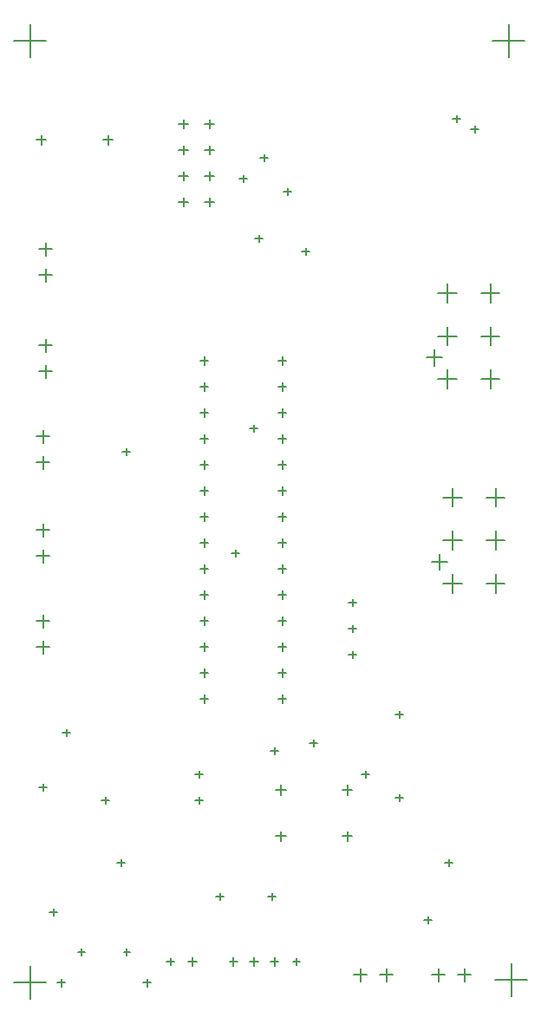
<source format=gbr>
%TF.GenerationSoftware,Altium Limited,Altium Designer,24.10.1 (45)*%
G04 Layer_Color=128*
%FSLAX25Y25*%
%MOIN*%
%TF.SameCoordinates,405BA738-95C1-4717-9A2A-605BB7F835F8*%
%TF.FilePolarity,Positive*%
%TF.FileFunction,Drillmap*%
%TF.Part,Single*%
G01*
G75*
%TA.AperFunction,NonConductor*%
%ADD46C,0.00500*%
D46*
X179250Y421000D02*
X182750D01*
X181000Y419250D02*
Y422750D01*
X179250Y411000D02*
X182750D01*
X181000Y409250D02*
Y412750D01*
X179250Y431000D02*
X182750D01*
X181000Y429250D02*
Y432750D01*
X179250Y441000D02*
X182750D01*
X181000Y439250D02*
Y442750D01*
X169250Y441000D02*
X172750D01*
X171000Y439250D02*
Y442750D01*
X169250Y431000D02*
X172750D01*
X171000Y429250D02*
Y432750D01*
X169250Y421000D02*
X172750D01*
X171000Y419250D02*
Y422750D01*
X169250Y411000D02*
X172750D01*
X171000Y409250D02*
Y412750D01*
X140200Y435000D02*
X143800D01*
X142000Y433200D02*
Y436800D01*
X114609Y435000D02*
X118209D01*
X116409Y433200D02*
Y436800D01*
X130503Y122811D02*
X133103D01*
X131803Y121511D02*
Y124111D01*
X148023Y122811D02*
X150623D01*
X149323Y121511D02*
Y124111D01*
X155500Y111000D02*
X158500D01*
X157000Y109500D02*
Y112500D01*
X122626Y111000D02*
X125626D01*
X124126Y109500D02*
Y112500D01*
X264404Y351268D02*
X270604D01*
X267504Y348168D02*
Y354368D01*
X268865Y343000D02*
X276065D01*
X272465Y339400D02*
Y346600D01*
X268865Y359535D02*
X276065D01*
X272465Y355935D02*
Y363135D01*
X268865Y376071D02*
X276065D01*
X272465Y372471D02*
Y379671D01*
X285400Y343000D02*
X292600D01*
X289000Y339400D02*
Y346600D01*
X285400Y359535D02*
X292600D01*
X289000Y355935D02*
Y363135D01*
X285400Y376071D02*
X292600D01*
X289000Y372471D02*
Y379671D01*
X234600Y257000D02*
X237400D01*
X236000Y255600D02*
Y258400D01*
X234600Y247000D02*
X237400D01*
X236000Y245600D02*
Y248400D01*
X234600Y237000D02*
X237400D01*
X236000Y235600D02*
Y238400D01*
X115450Y356000D02*
X120550D01*
X118000Y353450D02*
Y358550D01*
X115450Y346000D02*
X120550D01*
X118000Y343450D02*
Y348550D01*
X114450Y321000D02*
X119550D01*
X117000Y318450D02*
Y323550D01*
X114450Y311000D02*
X119550D01*
X117000Y308450D02*
Y313550D01*
X232050Y167283D02*
X235950D01*
X234000Y165333D02*
Y169234D01*
X232050Y185000D02*
X235950D01*
X234000Y183050D02*
Y186950D01*
X206459Y185000D02*
X210359D01*
X208409Y183050D02*
Y186950D01*
X206459Y167283D02*
X210359D01*
X208409Y165333D02*
Y169234D01*
X266404Y272732D02*
X272604D01*
X269504Y269632D02*
Y275832D01*
X270865Y264465D02*
X278065D01*
X274465Y260865D02*
Y268065D01*
X270865Y281000D02*
X278065D01*
X274465Y277400D02*
Y284600D01*
X270865Y297535D02*
X278065D01*
X274465Y293935D02*
Y301135D01*
X287400Y264465D02*
X294600D01*
X291000Y260865D02*
Y268065D01*
X287400Y281000D02*
X294600D01*
X291000Y277400D02*
Y284600D01*
X287400Y297535D02*
X294600D01*
X291000Y293935D02*
Y301135D01*
X266450Y114000D02*
X271550D01*
X269000Y111450D02*
Y116550D01*
X276450Y114000D02*
X281550D01*
X279000Y111450D02*
Y116550D01*
X246450Y114000D02*
X251550D01*
X249000Y111450D02*
Y116550D01*
X236450Y114000D02*
X241550D01*
X239000Y111450D02*
Y116550D01*
X114450Y250000D02*
X119550D01*
X117000Y247450D02*
Y252550D01*
X114450Y240000D02*
X119550D01*
X117000Y237450D02*
Y242550D01*
X114450Y285000D02*
X119550D01*
X117000Y282450D02*
Y287550D01*
X114450Y275000D02*
X119550D01*
X117000Y272450D02*
Y277550D01*
X164661Y119000D02*
X167417D01*
X166039Y117622D02*
Y120378D01*
X213087Y119000D02*
X215843D01*
X214465Y117622D02*
Y120378D01*
X188677Y119000D02*
X191827D01*
X190252Y117425D02*
Y120575D01*
X196551Y119000D02*
X199701D01*
X198126Y117425D02*
Y120575D01*
X204425Y119000D02*
X207575D01*
X206000Y117425D02*
Y120575D01*
X172929Y119000D02*
X176079D01*
X174504Y117425D02*
Y120575D01*
X115450Y393000D02*
X120550D01*
X118000Y390450D02*
Y395550D01*
X115450Y383000D02*
X120550D01*
X118000Y380450D02*
Y385550D01*
X177400Y350000D02*
X180600D01*
X179000Y348400D02*
Y351600D01*
X177400Y340000D02*
X180600D01*
X179000Y338400D02*
Y341600D01*
X177400Y330000D02*
X180600D01*
X179000Y328400D02*
Y331600D01*
X177400Y320000D02*
X180600D01*
X179000Y318400D02*
Y321600D01*
X177400Y310000D02*
X180600D01*
X179000Y308400D02*
Y311600D01*
X177400Y300000D02*
X180600D01*
X179000Y298400D02*
Y301600D01*
X177400Y290000D02*
X180600D01*
X179000Y288400D02*
Y291600D01*
X177400Y280000D02*
X180600D01*
X179000Y278400D02*
Y281600D01*
X177400Y270000D02*
X180600D01*
X179000Y268400D02*
Y271600D01*
X177400Y260000D02*
X180600D01*
X179000Y258400D02*
Y261600D01*
X177400Y250000D02*
X180600D01*
X179000Y248400D02*
Y251600D01*
X177400Y240000D02*
X180600D01*
X179000Y238400D02*
Y241600D01*
X177400Y230000D02*
X180600D01*
X179000Y228400D02*
Y231600D01*
X177400Y220000D02*
X180600D01*
X179000Y218400D02*
Y221600D01*
X207400Y220000D02*
X210600D01*
X209000Y218400D02*
Y221600D01*
X207400Y230000D02*
X210600D01*
X209000Y228400D02*
Y231600D01*
X207400Y240000D02*
X210600D01*
X209000Y238400D02*
Y241600D01*
X207400Y250000D02*
X210600D01*
X209000Y248400D02*
Y251600D01*
X207400Y260000D02*
X210600D01*
X209000Y258400D02*
Y261600D01*
X207400Y270000D02*
X210600D01*
X209000Y268400D02*
Y271600D01*
X207400Y280000D02*
X210600D01*
X209000Y278400D02*
Y281600D01*
X207400Y290000D02*
X210600D01*
X209000Y288400D02*
Y291600D01*
X207400Y300000D02*
X210600D01*
X209000Y298400D02*
Y301600D01*
X207400Y310000D02*
X210600D01*
X209000Y308400D02*
Y311600D01*
X207400Y320000D02*
X210600D01*
X209000Y318400D02*
Y321600D01*
X207400Y330000D02*
X210600D01*
X209000Y328400D02*
Y331600D01*
X207400Y340000D02*
X210600D01*
X209000Y338400D02*
Y341600D01*
X207400Y350000D02*
X210600D01*
X209000Y348400D02*
Y351600D01*
X105700Y473000D02*
X118300D01*
X112000Y466700D02*
Y479300D01*
X289700Y473000D02*
X302300D01*
X296000Y466700D02*
Y479300D01*
X290700Y112000D02*
X303300D01*
X297000Y105700D02*
Y118300D01*
X281600Y439000D02*
X284400D01*
X283000Y437600D02*
Y440400D01*
X274600Y443000D02*
X277400D01*
X276000Y441600D02*
Y444400D01*
X200600Y428000D02*
X203400D01*
X202000Y426600D02*
Y429400D01*
X192600Y420000D02*
X195400D01*
X194000Y418600D02*
Y421400D01*
X209600Y415000D02*
X212400D01*
X211000Y413600D02*
Y416400D01*
X198600Y397000D02*
X201400D01*
X200000Y395600D02*
Y398400D01*
X147600Y315000D02*
X150400D01*
X149000Y313600D02*
Y316400D01*
X175600Y181000D02*
X178400D01*
X177000Y179600D02*
Y182400D01*
X189600Y276000D02*
X192400D01*
X191000Y274600D02*
Y277400D01*
X124600Y207000D02*
X127400D01*
X126000Y205600D02*
Y208400D01*
X271600Y157000D02*
X274400D01*
X273000Y155600D02*
Y158400D01*
X252600Y214000D02*
X255400D01*
X254000Y212600D02*
Y215400D01*
X239600Y191000D02*
X242400D01*
X241000Y189600D02*
Y192400D01*
X252600Y182000D02*
X255400D01*
X254000Y180600D02*
Y183400D01*
X219600Y203000D02*
X222400D01*
X221000Y201600D02*
Y204400D01*
X204600Y200000D02*
X207400D01*
X206000Y198600D02*
Y201400D01*
X175600Y191000D02*
X178400D01*
X177000Y189600D02*
Y192400D01*
X115600Y186000D02*
X118400D01*
X117000Y184600D02*
Y187400D01*
X119600Y138000D02*
X122400D01*
X121000Y136600D02*
Y139400D01*
X145600Y157000D02*
X148400D01*
X147000Y155600D02*
Y158400D01*
X183600Y144000D02*
X186400D01*
X185000Y142600D02*
Y145400D01*
X263600Y135000D02*
X266400D01*
X265000Y133600D02*
Y136400D01*
X216600Y392000D02*
X219400D01*
X218000Y390600D02*
Y393400D01*
X196600Y324000D02*
X199400D01*
X198000Y322600D02*
Y325400D01*
X139600Y181000D02*
X142400D01*
X141000Y179600D02*
Y182400D01*
X203600Y144000D02*
X206400D01*
X205000Y142600D02*
Y145400D01*
X105700Y111000D02*
X118300D01*
X112000Y104700D02*
Y117300D01*
%TF.MD5,af59850a8763c2f6b1c5bf85a755b25c*%
M02*

</source>
